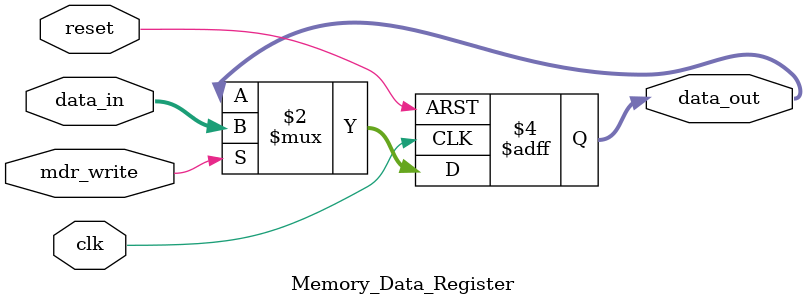
<source format=v>
module Memory_Data_Register (
    input wire clk,
    input wire reset,
    input wire mdr_write,
    input wire [31:0] data_in,
    output reg [31:0] data_out
);

    // Synchronous update of memory data register
    always @(posedge clk or posedge reset) begin
        if (reset) begin
            data_out <= 32'h0; // Reset to 0
        end else if (mdr_write) begin
            data_out <= data_in; // Update when mdr_write is enabled
        end
    end

endmodule

</source>
